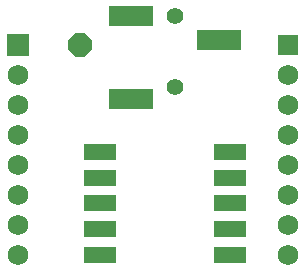
<source format=gbr>
G04 EAGLE Gerber RS-274X export*
G75*
%MOMM*%
%FSLAX34Y34*%
%LPD*%
%INSoldermask Top*%
%IPPOS*%
%AMOC8*
5,1,8,0,0,1.08239X$1,22.5*%
G01*
G04 Define Apertures*
%ADD10R,2.743200X1.473200*%
%ADD11R,1.879600X1.879600*%
%ADD12C,1.727200*%
%ADD13R,1.727200X1.727200*%
%ADD14C,1.403200*%
%ADD15R,3.703200X1.703200*%
%ADD16P,2.14443X8X22.5*%
D10*
X87630Y125970D03*
X87630Y103970D03*
X87630Y81970D03*
X87630Y59970D03*
X87630Y37970D03*
X197630Y125970D03*
X197630Y103970D03*
X197630Y81970D03*
X197630Y59970D03*
X197630Y37970D03*
D11*
X18542Y215900D03*
D12*
X18542Y190500D03*
X18542Y165100D03*
X18542Y139700D03*
X18542Y114300D03*
X18542Y88900D03*
X18542Y63500D03*
X18542Y38100D03*
X247142Y38100D03*
X247142Y63500D03*
X247142Y88900D03*
X247142Y114300D03*
X247142Y139700D03*
X247142Y165100D03*
X247142Y190500D03*
D13*
X247142Y215900D03*
D14*
X151130Y240785D03*
X151130Y180785D03*
D15*
X113630Y240785D03*
X188630Y220785D03*
X113630Y170785D03*
D16*
X71120Y215900D03*
M02*

</source>
